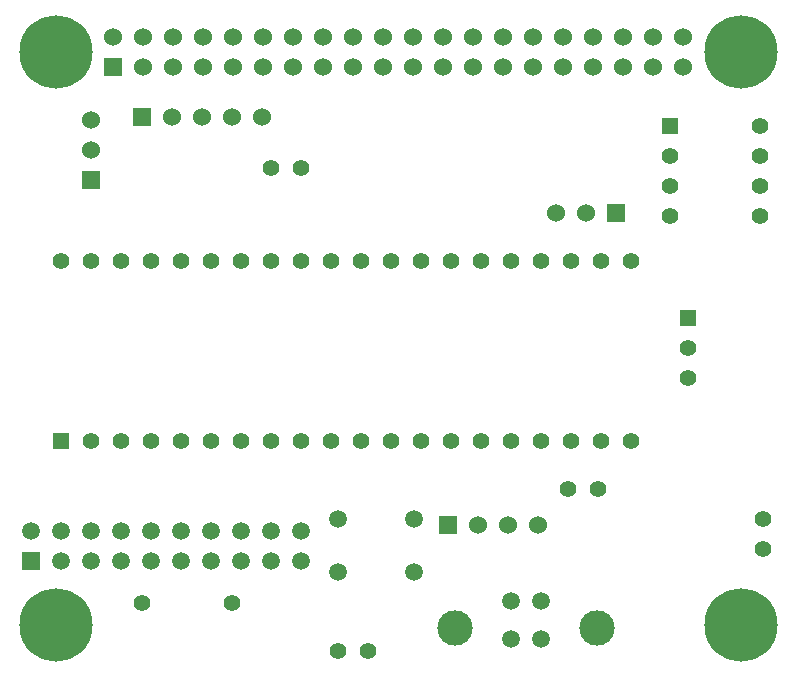
<source format=gbs>
G04 (created by PCBNEW (2013-07-07 BZR 4022)-stable) date 9/26/2014 8:17:29 AM*
%MOIN*%
G04 Gerber Fmt 3.4, Leading zero omitted, Abs format*
%FSLAX34Y34*%
G01*
G70*
G90*
G04 APERTURE LIST*
%ADD10C,0.00590551*%
%ADD11C,0.0590551*%
%ADD12R,0.055X0.055*%
%ADD13C,0.055*%
%ADD14R,0.06X0.06*%
%ADD15C,0.06*%
%ADD16R,0.0590551X0.0590551*%
%ADD17C,0.11811*%
%ADD18C,0.244094*%
G04 APERTURE END LIST*
G54D10*
G54D11*
X54279Y-43114D03*
X54279Y-44885D03*
X51720Y-44885D03*
X51720Y-43114D03*
G54D12*
X63400Y-36400D03*
G54D13*
X63400Y-37400D03*
X63400Y-38400D03*
X45200Y-45900D03*
X48200Y-45900D03*
G54D14*
X45200Y-29700D03*
G54D15*
X46200Y-29700D03*
X47200Y-29700D03*
X48200Y-29700D03*
X49200Y-29700D03*
G54D14*
X55400Y-43300D03*
G54D15*
X56400Y-43300D03*
X57400Y-43300D03*
X58400Y-43300D03*
G54D14*
X61000Y-32900D03*
G54D15*
X60000Y-32900D03*
X59000Y-32900D03*
G54D14*
X43500Y-31800D03*
G54D15*
X43500Y-30800D03*
X43500Y-29800D03*
G54D14*
X44240Y-28059D03*
G54D15*
X44240Y-27059D03*
X49240Y-28059D03*
X45240Y-27059D03*
X50240Y-28059D03*
X46240Y-27059D03*
X51240Y-28059D03*
X47240Y-27059D03*
X52240Y-28059D03*
X48240Y-27059D03*
X53240Y-28059D03*
X49240Y-27059D03*
X54240Y-28059D03*
X50240Y-27059D03*
X55240Y-28059D03*
X51240Y-27059D03*
X56240Y-28059D03*
X52240Y-27059D03*
X57240Y-28059D03*
X53240Y-27059D03*
X58240Y-28059D03*
X54240Y-27059D03*
X59240Y-28059D03*
X55240Y-27059D03*
X56240Y-27059D03*
X60240Y-28059D03*
X57240Y-27059D03*
X59240Y-27059D03*
X60240Y-27059D03*
X61240Y-27059D03*
X62240Y-27059D03*
X61240Y-28059D03*
X62240Y-28059D03*
X45240Y-28059D03*
X46240Y-28059D03*
X47240Y-28059D03*
X48240Y-28059D03*
X63240Y-28059D03*
X63240Y-27059D03*
X58240Y-27059D03*
G54D16*
X41500Y-44500D03*
G54D11*
X42500Y-43500D03*
X43500Y-43500D03*
X44500Y-44500D03*
X44500Y-43500D03*
X45500Y-44500D03*
X45500Y-43500D03*
X46500Y-44500D03*
X46500Y-43500D03*
X47500Y-44500D03*
X47500Y-43500D03*
X48500Y-44500D03*
X48500Y-43500D03*
X49500Y-44500D03*
X49500Y-43500D03*
X50500Y-44500D03*
X50500Y-43500D03*
X41500Y-43500D03*
X42500Y-44500D03*
X43500Y-44500D03*
G54D12*
X62800Y-30000D03*
G54D13*
X62800Y-31000D03*
X62800Y-32000D03*
X62800Y-33000D03*
X65800Y-33000D03*
X65800Y-32000D03*
X65800Y-31000D03*
X65800Y-30000D03*
G54D12*
X42500Y-40500D03*
G54D13*
X43500Y-40500D03*
X44500Y-40500D03*
X45500Y-40500D03*
X46500Y-40500D03*
X47500Y-40500D03*
X48500Y-40500D03*
X49500Y-40500D03*
X50500Y-40500D03*
X51500Y-40500D03*
X52500Y-40500D03*
X53500Y-40500D03*
X54500Y-40500D03*
X55500Y-40500D03*
X56500Y-40500D03*
X57500Y-40500D03*
X58500Y-40500D03*
X59500Y-40500D03*
X60500Y-40500D03*
X61500Y-40500D03*
X61500Y-34500D03*
X60500Y-34500D03*
X59500Y-34500D03*
X58500Y-34500D03*
X57500Y-34500D03*
X56500Y-34500D03*
X55500Y-34500D03*
X54500Y-34500D03*
X53500Y-34500D03*
X52500Y-34500D03*
X51500Y-34500D03*
X50500Y-34500D03*
X49500Y-34500D03*
X48500Y-34500D03*
X47500Y-34500D03*
X46500Y-34500D03*
X45500Y-34500D03*
X44500Y-34500D03*
X43500Y-34500D03*
X42500Y-34500D03*
X65900Y-43100D03*
X65900Y-44100D03*
X50500Y-31400D03*
X49500Y-31400D03*
X59400Y-42100D03*
X60400Y-42100D03*
X52750Y-47500D03*
X51750Y-47500D03*
G54D17*
X60370Y-46750D03*
X55629Y-46750D03*
G54D11*
X58492Y-45844D03*
X57507Y-45844D03*
X57507Y-47124D03*
X58492Y-47124D03*
G54D18*
X42322Y-46653D03*
X42322Y-27559D03*
X65157Y-27559D03*
X65157Y-46653D03*
M02*

</source>
